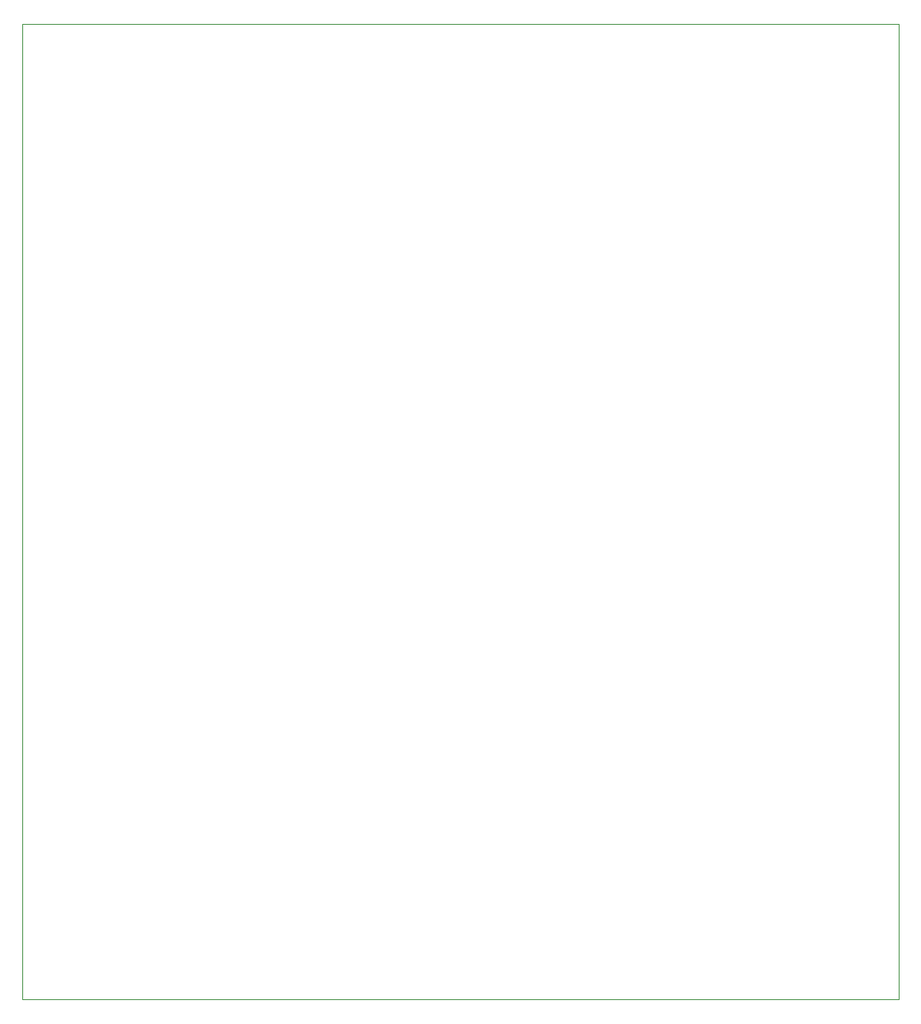
<source format=gbr>
%TF.GenerationSoftware,KiCad,Pcbnew,(7.0.0-0)*%
%TF.CreationDate,2023-05-05T21:57:13+02:00*%
%TF.ProjectId,Filter-forest-v3,46696c74-6572-42d6-966f-726573742d76,rev?*%
%TF.SameCoordinates,Original*%
%TF.FileFunction,Profile,NP*%
%FSLAX46Y46*%
G04 Gerber Fmt 4.6, Leading zero omitted, Abs format (unit mm)*
G04 Created by KiCad (PCBNEW (7.0.0-0)) date 2023-05-05 21:57:13*
%MOMM*%
%LPD*%
G01*
G04 APERTURE LIST*
%TA.AperFunction,Profile*%
%ADD10C,0.100000*%
%TD*%
G04 APERTURE END LIST*
D10*
X76228804Y-30004383D02*
X166158804Y-30004383D01*
X166158804Y-30004383D02*
X166158804Y-129944383D01*
X166158804Y-129944383D02*
X76228804Y-129944383D01*
X76228804Y-129944383D02*
X76228804Y-30004383D01*
M02*

</source>
